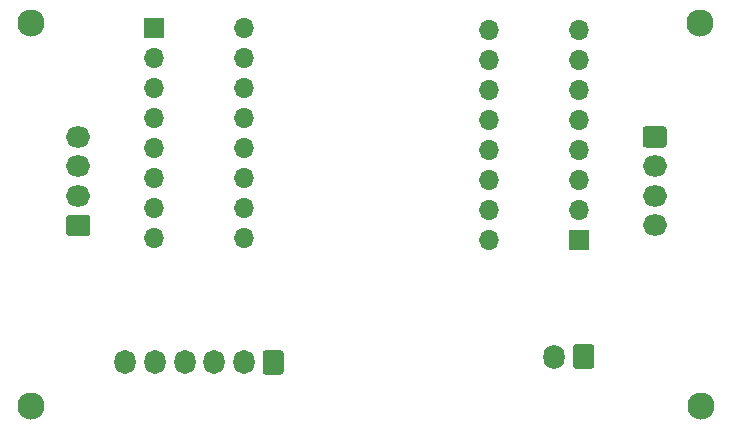
<source format=gbr>
%TF.GenerationSoftware,KiCad,Pcbnew,(5.1.6)-1*%
%TF.CreationDate,2020-07-30T09:39:53+02:00*%
%TF.ProjectId,motor-controller,6d6f746f-722d-4636-9f6e-74726f6c6c65,rev?*%
%TF.SameCoordinates,Original*%
%TF.FileFunction,Soldermask,Bot*%
%TF.FilePolarity,Negative*%
%FSLAX46Y46*%
G04 Gerber Fmt 4.6, Leading zero omitted, Abs format (unit mm)*
G04 Created by KiCad (PCBNEW (5.1.6)-1) date 2020-07-30 09:39:53*
%MOMM*%
%LPD*%
G01*
G04 APERTURE LIST*
%ADD10O,1.700000X1.700000*%
%ADD11R,1.700000X1.700000*%
%ADD12O,2.050000X1.800000*%
%ADD13O,1.800000X2.050000*%
%ADD14O,1.800000X2.100000*%
%ADD15C,2.300000*%
G04 APERTURE END LIST*
D10*
%TO.C,U4*%
X100520000Y-134200000D03*
X92900000Y-151980000D03*
X100520000Y-136740000D03*
X92900000Y-149440000D03*
X100520000Y-139280000D03*
X92900000Y-146900000D03*
X100520000Y-141820000D03*
X92900000Y-144360000D03*
X100520000Y-144360000D03*
X92900000Y-141820000D03*
X100520000Y-146900000D03*
X92900000Y-139280000D03*
X100520000Y-149440000D03*
X92900000Y-136740000D03*
X100520000Y-151980000D03*
D11*
X92900000Y-134200000D03*
%TD*%
D10*
%TO.C,U3*%
X121280000Y-152100000D03*
X128900000Y-134320000D03*
X121280000Y-149560000D03*
X128900000Y-136860000D03*
X121280000Y-147020000D03*
X128900000Y-139400000D03*
X121280000Y-144480000D03*
X128900000Y-141940000D03*
X121280000Y-141940000D03*
X128900000Y-144480000D03*
X121280000Y-139400000D03*
X128900000Y-147020000D03*
X121280000Y-136860000D03*
X128900000Y-149560000D03*
X121280000Y-134320000D03*
D11*
X128900000Y-152100000D03*
%TD*%
D12*
%TO.C,J4*%
X86500000Y-143400000D03*
X86500000Y-145900000D03*
X86500000Y-148400000D03*
G36*
G01*
X87260294Y-151800000D02*
X85739706Y-151800000D01*
G75*
G02*
X85475000Y-151535294I0J264706D01*
G01*
X85475000Y-150264706D01*
G75*
G02*
X85739706Y-150000000I264706J0D01*
G01*
X87260294Y-150000000D01*
G75*
G02*
X87525000Y-150264706I0J-264706D01*
G01*
X87525000Y-151535294D01*
G75*
G02*
X87260294Y-151800000I-264706J0D01*
G01*
G37*
%TD*%
%TO.C,J3*%
X135300000Y-150900000D03*
X135300000Y-148400000D03*
X135300000Y-145900000D03*
G36*
G01*
X134539706Y-142500000D02*
X136060294Y-142500000D01*
G75*
G02*
X136325000Y-142764706I0J-264706D01*
G01*
X136325000Y-144035294D01*
G75*
G02*
X136060294Y-144300000I-264706J0D01*
G01*
X134539706Y-144300000D01*
G75*
G02*
X134275000Y-144035294I0J264706D01*
G01*
X134275000Y-142764706D01*
G75*
G02*
X134539706Y-142500000I264706J0D01*
G01*
G37*
%TD*%
D13*
%TO.C,J2*%
X90500000Y-162500000D03*
X93000000Y-162500000D03*
X95500000Y-162500000D03*
X98000000Y-162500000D03*
X100500000Y-162500000D03*
G36*
G01*
X103900000Y-161739706D02*
X103900000Y-163260294D01*
G75*
G02*
X103635294Y-163525000I-264706J0D01*
G01*
X102364706Y-163525000D01*
G75*
G02*
X102100000Y-163260294I0J264706D01*
G01*
X102100000Y-161739706D01*
G75*
G02*
X102364706Y-161475000I264706J0D01*
G01*
X103635294Y-161475000D01*
G75*
G02*
X103900000Y-161739706I0J-264706D01*
G01*
G37*
%TD*%
D14*
%TO.C,J1*%
X126800000Y-162000000D03*
G36*
G01*
X130200000Y-161214706D02*
X130200000Y-162785294D01*
G75*
G02*
X129935294Y-163050000I-264706J0D01*
G01*
X128664706Y-163050000D01*
G75*
G02*
X128400000Y-162785294I0J264706D01*
G01*
X128400000Y-161214706D01*
G75*
G02*
X128664706Y-160950000I264706J0D01*
G01*
X129935294Y-160950000D01*
G75*
G02*
X130200000Y-161214706I0J-264706D01*
G01*
G37*
%TD*%
D15*
%TO.C,H4*%
X82500000Y-166200000D03*
%TD*%
%TO.C,H3*%
X139100000Y-133800000D03*
%TD*%
%TO.C,H2*%
X82500000Y-133800000D03*
%TD*%
%TO.C,H1*%
X139200000Y-166200000D03*
%TD*%
M02*

</source>
